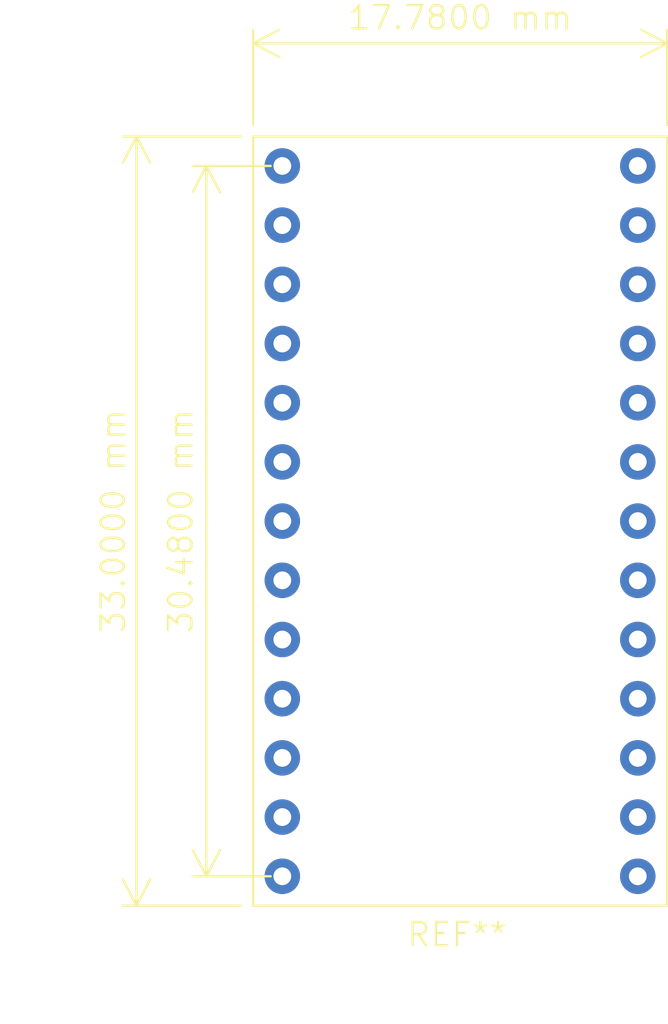
<source format=kicad_pcb>
(kicad_pcb (version 20240108) (generator "pcbnew") (generator_version "8.0")
  (layers (0 "F.Cu" signal) (31 "B.Cu" signal) (34 "B.Paste" user) (35 "F.Paste" user) (36 "B.SilkS" user "B.Silkscreen") (37 "F.SilkS" user "F.Silkscreen") (38 "B.Mask" user) (39 "F.Mask" user) (44 "Edge.Cuts" user))
  (net 0 "")
  (footprint "1_Custom_Library:NRF52840_ProMicro" (layer "F.Cu") (at 100.5 96.5)
    (property "Reference" "REF**" (at 8.76 1.24 0) (layer "F.SilkS") (effects (font (thickness 0.1))))
    (property "Value" "NRF52840_ProMicro")
    (fp_rect (start 0 0) (end 17.78 -33) (stroke (width 0.1)) (fill none) (layer "F.SilkS"))
    (dimension (type aligned) (layer "F.SilkS") (pts (xy 100.5 63.5) (xy 100.5 96.5)) (height 5) (gr_text "33.0000 mm" (at 94.5 80 90) (layer "F.SilkS") (effects (font (size 1 1) (thickness 0.1)))) (format (prefix "") (suffix "") (units 3) (units_format 1) (precision 4)) (style (thickness 0.1) (arrow_length 1.27) (text_position_mode 2) (extension_height 0.58642) (extension_offset 0.5) keep_text_aligned))
    (dimension (type aligned) (layer "F.SilkS") (pts (xy 101.76 64.76) (xy 101.76 95.24)) (height 3.259999) (gr_text "30.4800 mm" (at 97.400001 80 90) (layer "F.SilkS") (effects (font (size 1 1) (thickness 0.1)))) (format (prefix "") (suffix "") (units 3) (units_format 1) (precision 4)) (style (thickness 0.1) (arrow_length 1.27) (text_position_mode 0) (extension_height 0.58642) (extension_offset 0.5) keep_text_aligned))
    (dimension (type aligned) (layer "F.SilkS") (pts (xy 100.5 63.5) (xy 118.28 63.5)) (height -4) (gr_text "17.7800 mm" (at 109.39 58.4 0) (layer "F.SilkS") (effects (font (size 1 1) (thickness 0.1)))) (format (prefix "") (suffix "") (units 3) (units_format 1) (precision 4)) (style (thickness 0.1) (arrow_length 1.27) (text_position_mode 0) (extension_height 0.58642) (extension_offset 0.5) keep_text_aligned))
    (pad "1" thru_hole circle (at 1.26 -31.74) (size 1.524 1.524) (drill 0.762) (layers "*.Cu" "*.Mask"))
    (pad "2" thru_hole circle (at 1.26 -29.2) (size 1.524 1.524) (drill 0.762) (layers "*.Cu" "*.Mask"))
    (pad "3" thru_hole circle (at 1.26 -26.66) (size 1.524 1.524) (drill 0.762) (layers "*.Cu" "*.Mask"))
    (pad "4" thru_hole circle (at 1.26 -24.12) (size 1.524 1.524) (drill 0.762) (layers "*.Cu" "*.Mask"))
    (pad "5" thru_hole circle (at 1.26 -21.58) (size 1.524 1.524) (drill 0.762) (layers "*.Cu" "*.Mask"))
    (pad "6" thru_hole circle (at 1.26 -19.04) (size 1.524 1.524) (drill 0.762) (layers "*.Cu" "*.Mask"))
    (pad "7" thru_hole circle (at 1.26 -16.5) (size 1.524 1.524) (drill 0.762) (layers "*.Cu" "*.Mask"))
    (pad "8" thru_hole circle (at 1.26 -13.96) (size 1.524 1.524) (drill 0.762) (layers "*.Cu" "*.Mask"))
    (pad "9" thru_hole circle (at 1.26 -11.42) (size 1.524 1.524) (drill 0.762) (layers "*.Cu" "*.Mask"))
    (pad "10" thru_hole circle (at 1.26 -8.88) (size 1.524 1.524) (drill 0.762) (layers "*.Cu" "*.Mask"))
    (pad "11" thru_hole circle (at 1.26 -6.34) (size 1.524 1.524) (drill 0.762) (layers "*.Cu" "*.Mask"))
    (pad "12" thru_hole circle (at 1.26 -3.8) (size 1.524 1.524) (drill 0.762) (layers "*.Cu" "*.Mask"))
    (pad "13" thru_hole circle (at 1.26 -1.26) (size 1.524 1.524) (drill 0.762) (layers "*.Cu" "*.Mask"))
    (pad "14" thru_hole circle (at 16.52 -31.74) (size 1.524 1.524) (drill 0.762) (layers "*.Cu" "*.Mask"))
    (pad "15" thru_hole circle (at 16.52 -29.2) (size 1.524 1.524) (drill 0.762) (layers "*.Cu" "*.Mask"))
    (pad "16" thru_hole circle (at 16.52 -26.66) (size 1.524 1.524) (drill 0.762) (layers "*.Cu" "*.Mask"))
    (pad "17" thru_hole circle (at 16.52 -24.12) (size 1.524 1.524) (drill 0.762) (layers "*.Cu" "*.Mask"))
    (pad "18" thru_hole circle (at 16.52 -21.58) (size 1.524 1.524) (drill 0.762) (layers "*.Cu" "*.Mask"))
    (pad "19" thru_hole circle (at 16.52 -19.04) (size 1.524 1.524) (drill 0.762) (layers "*.Cu" "*.Mask"))
    (pad "20" thru_hole circle (at 16.52 -16.5) (size 1.524 1.524) (drill 0.762) (layers "*.Cu" "*.Mask"))
    (pad "21" thru_hole circle (at 16.52 -13.96) (size 1.524 1.524) (drill 0.762) (layers "*.Cu" "*.Mask"))
    (pad "22" thru_hole circle (at 16.52 -11.42) (size 1.524 1.524) (drill 0.762) (layers "*.Cu" "*.Mask"))
    (pad "23" thru_hole circle (at 16.52 -8.88) (size 1.524 1.524) (drill 0.762) (layers "*.Cu" "*.Mask"))
    (pad "24" thru_hole circle (at 16.52 -6.34) (size 1.524 1.524) (drill 0.762) (layers "*.Cu" "*.Mask"))
    (pad "25" thru_hole circle (at 16.52 -3.8) (size 1.524 1.524) (drill 0.762) (layers "*.Cu" "*.Mask"))
    (pad "26" thru_hole circle (at 16.52 -1.26) (size 1.524 1.524) (drill 0.762) (layers "*.Cu" "*.Mask"))
  )
)
</source>
